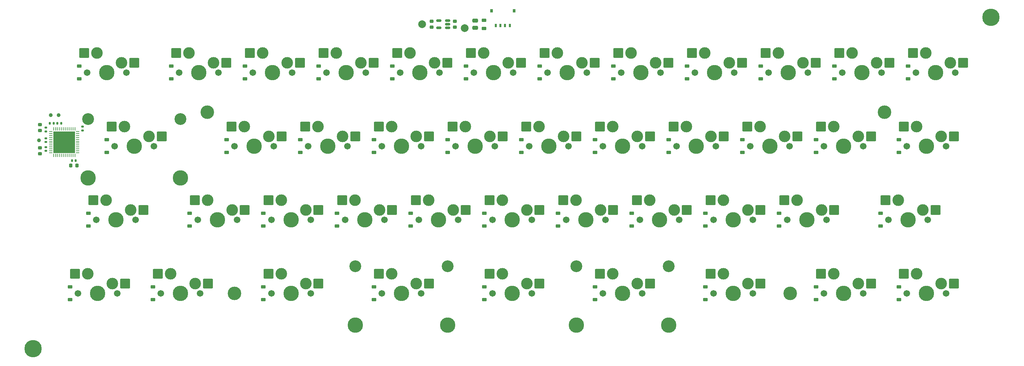
<source format=gbr>
%TF.GenerationSoftware,KiCad,Pcbnew,9.99.0-5522-g400384cf72*%
%TF.CreationDate,2026-02-12T00:01:38-08:00*%
%TF.ProjectId,amb-kb,616d622d-6b62-42e6-9b69-6361645f7063,rev?*%
%TF.SameCoordinates,Original*%
%TF.FileFunction,Soldermask,Top*%
%TF.FilePolarity,Negative*%
%FSLAX46Y46*%
G04 Gerber Fmt 4.6, Leading zero omitted, Abs format (unit mm)*
G04 Created by KiCad (PCBNEW 9.99.0-5522-g400384cf72) date 2026-02-12 00:01:38*
%MOMM*%
%LPD*%
G01*
G04 APERTURE LIST*
G04 Aperture macros list*
%AMRoundRect*
0 Rectangle with rounded corners*
0 $1 Rounding radius*
0 $2 $3 $4 $5 $6 $7 $8 $9 X,Y pos of 4 corners*
0 Add a 4 corners polygon primitive as box body*
4,1,4,$2,$3,$4,$5,$6,$7,$8,$9,$2,$3,0*
0 Add four circle primitives for the rounded corners*
1,1,$1+$1,$2,$3*
1,1,$1+$1,$4,$5*
1,1,$1+$1,$6,$7*
1,1,$1+$1,$8,$9*
0 Add four rect primitives between the rounded corners*
20,1,$1+$1,$2,$3,$4,$5,0*
20,1,$1+$1,$4,$5,$6,$7,0*
20,1,$1+$1,$6,$7,$8,$9,0*
20,1,$1+$1,$8,$9,$2,$3,0*%
G04 Aperture macros list end*
%ADD10RoundRect,0.225000X0.375000X-0.225000X0.375000X0.225000X-0.375000X0.225000X-0.375000X-0.225000X0*%
%ADD11C,1.701800*%
%ADD12C,3.000000*%
%ADD13C,3.987800*%
%ADD14RoundRect,0.200000X-1.075000X-1.050000X1.075000X-1.050000X1.075000X1.050000X-1.075000X1.050000X0*%
%ADD15R,0.609600X0.889000*%
%ADD16R,0.762000X0.838200*%
%ADD17RoundRect,0.140000X0.170000X-0.140000X0.170000X0.140000X-0.170000X0.140000X-0.170000X-0.140000X0*%
%ADD18RoundRect,0.062500X-0.375000X-0.062500X0.375000X-0.062500X0.375000X0.062500X-0.375000X0.062500X0*%
%ADD19RoundRect,0.062500X-0.062500X-0.375000X0.062500X-0.375000X0.062500X0.375000X-0.062500X0.375000X0*%
%ADD20R,5.600000X5.600000*%
%ADD21C,2.000000*%
%ADD22RoundRect,0.140000X0.140000X0.170000X-0.140000X0.170000X-0.140000X-0.170000X0.140000X-0.170000X0*%
%ADD23C,3.500000*%
%ADD24C,1.000000*%
%ADD25RoundRect,0.250000X-0.475000X0.250000X-0.475000X-0.250000X0.475000X-0.250000X0.475000X0.250000X0*%
%ADD26RoundRect,0.135000X0.135000X0.185000X-0.135000X0.185000X-0.135000X-0.185000X0.135000X-0.185000X0*%
%ADD27RoundRect,0.225000X-0.250000X0.225000X-0.250000X-0.225000X0.250000X-0.225000X0.250000X0.225000X0*%
%ADD28RoundRect,0.225000X0.250000X-0.225000X0.250000X0.225000X-0.250000X0.225000X-0.250000X-0.225000X0*%
%ADD29RoundRect,0.218750X-0.381250X0.218750X-0.381250X-0.218750X0.381250X-0.218750X0.381250X0.218750X0*%
%ADD30RoundRect,0.140000X-0.170000X0.140000X-0.170000X-0.140000X0.170000X-0.140000X0.170000X0.140000X0*%
%ADD31C,4.500000*%
%ADD32C,3.048000*%
%ADD33RoundRect,0.225000X0.225000X0.250000X-0.225000X0.250000X-0.225000X-0.250000X0.225000X-0.250000X0*%
%ADD34RoundRect,0.150000X0.512500X0.150000X-0.512500X0.150000X-0.512500X-0.150000X0.512500X-0.150000X0*%
G04 APERTURE END LIST*
D10*
%TO.C,D13*%
X249377084Y-90499701D03*
X249377084Y-87199701D03*
%TD*%
%TO.C,D6*%
X156508334Y-71449701D03*
X156508334Y-68149701D03*
%TD*%
%TO.C,D9*%
X99358334Y-71449701D03*
X99358334Y-68149701D03*
%TD*%
%TO.C,D26*%
X199370834Y-109549701D03*
X199370834Y-106249701D03*
%TD*%
D11*
%TO.C,MX29*%
X144284584Y-107899701D03*
D12*
X146824584Y-102819701D03*
D13*
X149364584Y-107899701D03*
D12*
X153174584Y-105359701D03*
D11*
X154444584Y-107899701D03*
D14*
X156449584Y-105359701D03*
X143522584Y-102819701D03*
%TD*%
D11*
%TO.C,MX16*%
X191909584Y-88849701D03*
D12*
X194449584Y-83769701D03*
D13*
X196989584Y-88849701D03*
D12*
X200799584Y-86309701D03*
D11*
X202069584Y-88849701D03*
D14*
X204074584Y-86309701D03*
X191147584Y-83769701D03*
%TD*%
D10*
%TO.C,D17*%
X170795834Y-90499701D03*
X170795834Y-87199701D03*
%TD*%
D11*
%TO.C,MX1*%
X253822084Y-69799701D03*
D12*
X256362084Y-64719701D03*
D13*
X258902084Y-69799701D03*
D12*
X262712084Y-67259701D03*
D11*
X263982084Y-69799701D03*
D14*
X265987084Y-67259701D03*
X253060084Y-64719701D03*
%TD*%
D11*
%TO.C,MX21*%
X96659584Y-88849701D03*
D12*
X99199584Y-83769701D03*
D13*
X101739584Y-88849701D03*
D12*
X105549584Y-86309701D03*
D11*
X106819584Y-88849701D03*
D14*
X108824584Y-86309701D03*
X95897584Y-83769701D03*
%TD*%
D10*
%TO.C,D36*%
X227945834Y-128599701D03*
X227945834Y-125299701D03*
%TD*%
D11*
%TO.C,MX43*%
X37128334Y-126949701D03*
D12*
X39668334Y-121869701D03*
D13*
X42208334Y-126949701D03*
D12*
X46018334Y-124409701D03*
D11*
X47288334Y-126949701D03*
D14*
X49293334Y-124409701D03*
X36366334Y-121869701D03*
%TD*%
D11*
%TO.C,MX6*%
X158572084Y-69799701D03*
D12*
X161112084Y-64719701D03*
D13*
X163652084Y-69799701D03*
D12*
X167462084Y-67259701D03*
D11*
X168732084Y-69799701D03*
D14*
X170737084Y-67259701D03*
X157810084Y-64719701D03*
%TD*%
D10*
%TO.C,D3*%
X213658334Y-71449701D03*
X213658334Y-68149701D03*
%TD*%
D11*
%TO.C,MX8*%
X120472084Y-69799701D03*
D12*
X123012084Y-64719701D03*
D13*
X125552084Y-69799701D03*
D12*
X129362084Y-67259701D03*
D11*
X130632084Y-69799701D03*
D14*
X132637084Y-67259701D03*
X119710084Y-64719701D03*
%TD*%
D11*
%TO.C,MX19*%
X134759584Y-88849701D03*
D12*
X137299584Y-83769701D03*
D13*
X139839584Y-88849701D03*
D12*
X143649584Y-86309701D03*
D11*
X144919584Y-88849701D03*
D14*
X146924584Y-86309701D03*
X133997584Y-83769701D03*
%TD*%
D15*
%TO.C,J1*%
X148783333Y-57595101D03*
X147583333Y-57595101D03*
X146383335Y-57595101D03*
X145183335Y-57595101D03*
D16*
X149933333Y-53820100D03*
X144033335Y-53820100D03*
%TD*%
D11*
%TO.C,MX5*%
X177622084Y-69799701D03*
D12*
X180162084Y-64719701D03*
D13*
X182702084Y-69799701D03*
D12*
X186512084Y-67259701D03*
D11*
X187782084Y-69799701D03*
D14*
X189787084Y-67259701D03*
X176860084Y-64719701D03*
%TD*%
D10*
%TO.C,D15*%
X208895834Y-90499701D03*
X208895834Y-87199701D03*
%TD*%
%TO.C,D8*%
X118408334Y-71449701D03*
X118408334Y-68149701D03*
%TD*%
D17*
%TO.C,C4*%
X28839584Y-85029701D03*
X28839584Y-84069701D03*
%TD*%
D11*
%TO.C,MX41*%
X87134584Y-126949701D03*
D12*
X89674584Y-121869701D03*
D13*
X92214584Y-126949701D03*
D12*
X96024584Y-124409701D03*
D11*
X97294584Y-126949701D03*
D14*
X99299584Y-124409701D03*
X86372584Y-121869701D03*
%TD*%
D18*
%TO.C,U1*%
X30152084Y-85049701D03*
X30152084Y-85549701D03*
X30152084Y-86049701D03*
X30152084Y-86549701D03*
X30152084Y-87049701D03*
X30152084Y-87549701D03*
X30152084Y-88049701D03*
X30152084Y-88549701D03*
X30152084Y-89049701D03*
X30152084Y-89549701D03*
X30152084Y-90049701D03*
X30152084Y-90549701D03*
D19*
X30839584Y-91237201D03*
X31339584Y-91237201D03*
X31839584Y-91237201D03*
X32339584Y-91237201D03*
X32839584Y-91237201D03*
X33339584Y-91237201D03*
X33839584Y-91237201D03*
X34339584Y-91237201D03*
X34839584Y-91237201D03*
X35339584Y-91237201D03*
X35839584Y-91237201D03*
X36339584Y-91237201D03*
D18*
X37027084Y-90549701D03*
X37027084Y-90049701D03*
X37027084Y-89549701D03*
X37027084Y-89049701D03*
X37027084Y-88549701D03*
X37027084Y-88049701D03*
X37027084Y-87549701D03*
X37027084Y-87049701D03*
X37027084Y-86549701D03*
X37027084Y-86049701D03*
X37027084Y-85549701D03*
X37027084Y-85049701D03*
D19*
X36339584Y-84362201D03*
X35839584Y-84362201D03*
X35339584Y-84362201D03*
X34839584Y-84362201D03*
X34339584Y-84362201D03*
X33839584Y-84362201D03*
X33339584Y-84362201D03*
X32839584Y-84362201D03*
X32339584Y-84362201D03*
X31839584Y-84362201D03*
X31339584Y-84362201D03*
X30839584Y-84362201D03*
D20*
X33589584Y-87799701D03*
%TD*%
D11*
%TO.C,MX33*%
X68084584Y-107899701D03*
D12*
X70624584Y-102819701D03*
D13*
X73164584Y-107899701D03*
D12*
X76974584Y-105359701D03*
D11*
X78244584Y-107899701D03*
D14*
X80249584Y-105359701D03*
X67322584Y-102819701D03*
%TD*%
D11*
%TO.C,MX24*%
X246678334Y-107899701D03*
D12*
X249218334Y-102819701D03*
D13*
X251758334Y-107899701D03*
D12*
X255568334Y-105359701D03*
D11*
X256838334Y-107899701D03*
D14*
X258843334Y-105359701D03*
X245916334Y-102819701D03*
%TD*%
D10*
%TO.C,D7*%
X137458334Y-71449701D03*
X137458334Y-68149701D03*
%TD*%
%TO.C,D12*%
X37445834Y-71449701D03*
X37445834Y-68149701D03*
%TD*%
D11*
%TO.C,MX22*%
X77609584Y-88849701D03*
D12*
X80149584Y-83769701D03*
D13*
X82689584Y-88849701D03*
D12*
X86499584Y-86309701D03*
D11*
X87769584Y-88849701D03*
D14*
X89774584Y-86309701D03*
X76847584Y-83769701D03*
%TD*%
D21*
%TO.C,TP2*%
X137089584Y-58299701D03*
%TD*%
D22*
%TO.C,C6*%
X36569584Y-92549701D03*
X35609584Y-92549701D03*
%TD*%
D10*
%TO.C,D16*%
X189845834Y-90499701D03*
X189845834Y-87199701D03*
%TD*%
%TO.C,D22*%
X75545834Y-90499701D03*
X75545834Y-87199701D03*
%TD*%
%TO.C,D23*%
X44589584Y-90499701D03*
X44589584Y-87199701D03*
%TD*%
D11*
%TO.C,MX31*%
X106184584Y-107899701D03*
D12*
X108724584Y-102819701D03*
D13*
X111264584Y-107899701D03*
D12*
X115074584Y-105359701D03*
D11*
X116344584Y-107899701D03*
D14*
X118349584Y-105359701D03*
X105422584Y-102819701D03*
%TD*%
D11*
%TO.C,MX39*%
X144284584Y-126949701D03*
D12*
X146824584Y-121869701D03*
D13*
X149364584Y-126949701D03*
D12*
X153174584Y-124409701D03*
D11*
X154444584Y-126949701D03*
D14*
X156449584Y-124409701D03*
X143522584Y-121869701D03*
%TD*%
D10*
%TO.C,D34*%
X39827084Y-109549701D03*
X39827084Y-106249701D03*
%TD*%
D11*
%TO.C,MX3*%
X215722084Y-69799701D03*
D12*
X218262084Y-64719701D03*
D13*
X220802084Y-69799701D03*
D12*
X224612084Y-67259701D03*
D11*
X225882084Y-69799701D03*
D14*
X227887084Y-67259701D03*
X214960084Y-64719701D03*
%TD*%
D23*
%TO.C,MH2*%
X221300076Y-126949711D03*
%TD*%
D24*
%TO.C,TP4*%
X32114584Y-80799701D03*
%TD*%
D10*
%TO.C,D43*%
X35064584Y-128599701D03*
X35064584Y-125299701D03*
%TD*%
D11*
%TO.C,MX35*%
X251440834Y-126949701D03*
D12*
X253980834Y-121869701D03*
D13*
X256520834Y-126949701D03*
D12*
X260330834Y-124409701D03*
D11*
X261600834Y-126949701D03*
D14*
X263605834Y-124409701D03*
X250678834Y-121869701D03*
%TD*%
D11*
%TO.C,MX10*%
X82372084Y-69799701D03*
D12*
X84912084Y-64719701D03*
D13*
X87452084Y-69799701D03*
D12*
X91262084Y-67259701D03*
D11*
X92532084Y-69799701D03*
D14*
X94537084Y-67259701D03*
X81610084Y-64719701D03*
%TD*%
D10*
%TO.C,D40*%
X113645834Y-128599701D03*
X113645834Y-125299701D03*
%TD*%
D25*
%TO.C,C1*%
X139839584Y-56349701D03*
X139839584Y-58249701D03*
%TD*%
D10*
%TO.C,D11*%
X61258334Y-71449701D03*
X61258334Y-68149701D03*
%TD*%
%TO.C,D33*%
X66020834Y-109549701D03*
X66020834Y-106249701D03*
%TD*%
D11*
%TO.C,MX34*%
X41890834Y-107899701D03*
D12*
X44430834Y-102819701D03*
D13*
X46970834Y-107899701D03*
D12*
X50780834Y-105359701D03*
D11*
X52050834Y-107899701D03*
D14*
X54055834Y-105359701D03*
X41128834Y-102819701D03*
%TD*%
D11*
%TO.C,MX30*%
X125234584Y-107899701D03*
D12*
X127774584Y-102819701D03*
D13*
X130314584Y-107899701D03*
D12*
X134124584Y-105359701D03*
D11*
X135394584Y-107899701D03*
D14*
X137399584Y-105359701D03*
X124472584Y-102819701D03*
%TD*%
D10*
%TO.C,D41*%
X85070834Y-128599701D03*
X85070834Y-125299701D03*
%TD*%
D11*
%TO.C,MX42*%
X58559584Y-126949701D03*
D12*
X61099584Y-121869701D03*
D13*
X63639584Y-126949701D03*
D12*
X67449584Y-124409701D03*
D11*
X68719584Y-126949701D03*
D14*
X70724584Y-124409701D03*
X57797584Y-121869701D03*
%TD*%
D11*
%TO.C,MX7*%
X139522084Y-69799701D03*
D12*
X142062084Y-64719701D03*
D13*
X144602084Y-69799701D03*
D12*
X148412084Y-67259701D03*
D11*
X149682084Y-69799701D03*
D14*
X151687084Y-67259701D03*
X138760084Y-64719701D03*
%TD*%
D11*
%TO.C,MX32*%
X87134584Y-107899701D03*
D12*
X89674584Y-102819701D03*
D13*
X92214584Y-107899701D03*
D12*
X96024584Y-105359701D03*
D11*
X97294584Y-107899701D03*
D14*
X99299584Y-105359701D03*
X86372584Y-102819701D03*
%TD*%
D26*
%TO.C,R1*%
X32862084Y-82955951D03*
X31842084Y-82955951D03*
%TD*%
D11*
%TO.C,MX25*%
X220484584Y-107899701D03*
D12*
X223024584Y-102819701D03*
D13*
X225564584Y-107899701D03*
D12*
X229374584Y-105359701D03*
D11*
X230644584Y-107899701D03*
D14*
X232649584Y-105359701D03*
X219722584Y-102819701D03*
%TD*%
D27*
%TO.C,C12*%
X128589584Y-56524701D03*
X128589584Y-58074701D03*
%TD*%
D10*
%TO.C,D31*%
X104120834Y-109549701D03*
X104120834Y-106249701D03*
%TD*%
D11*
%TO.C,MX20*%
X115709584Y-88849701D03*
D12*
X118249584Y-83769701D03*
D13*
X120789584Y-88849701D03*
D12*
X124599584Y-86309701D03*
D11*
X125869584Y-88849701D03*
D14*
X127874584Y-86309701D03*
X114947584Y-83769701D03*
%TD*%
D28*
%TO.C,C11*%
X134589584Y-58074701D03*
X134589584Y-56524701D03*
%TD*%
D29*
%TO.C,FB1*%
X142089584Y-56237201D03*
X142089584Y-58362201D03*
%TD*%
D11*
%TO.C,MX28*%
X163334584Y-107899701D03*
D12*
X165874584Y-102819701D03*
D13*
X168414584Y-107899701D03*
D12*
X172224584Y-105359701D03*
D11*
X173494584Y-107899701D03*
D14*
X175499584Y-105359701D03*
X162572584Y-102819701D03*
%TD*%
D11*
%TO.C,MX9*%
X101422084Y-69799701D03*
D12*
X103962084Y-64719701D03*
D13*
X106502084Y-69799701D03*
D12*
X110312084Y-67259701D03*
D11*
X111582084Y-69799701D03*
D14*
X113587084Y-67259701D03*
X100660084Y-64719701D03*
%TD*%
D17*
%TO.C,C10*%
X38339584Y-84779701D03*
X38339584Y-83819701D03*
%TD*%
D21*
%TO.C,TP3*%
X126089584Y-57299701D03*
%TD*%
D11*
%TO.C,MX18*%
X153809584Y-88849701D03*
D12*
X156349584Y-83769701D03*
D13*
X158889584Y-88849701D03*
D12*
X162699584Y-86309701D03*
D11*
X163969584Y-88849701D03*
D14*
X165974584Y-86309701D03*
X153047584Y-83769701D03*
%TD*%
D11*
%TO.C,MX26*%
X201434584Y-107899701D03*
D12*
X203974584Y-102819701D03*
D13*
X206514584Y-107899701D03*
D12*
X210324584Y-105359701D03*
D11*
X211594584Y-107899701D03*
D14*
X213599584Y-105359701D03*
X200672584Y-102819701D03*
%TD*%
D30*
%TO.C,C8*%
X28839584Y-89069701D03*
X28839584Y-90029701D03*
%TD*%
D17*
%TO.C,C2*%
X28839584Y-87779701D03*
X28839584Y-86819701D03*
%TD*%
D31*
%TO.C,FID1*%
X273192500Y-55522500D03*
%TD*%
D10*
%TO.C,D35*%
X249377084Y-128599701D03*
X249377084Y-125299701D03*
%TD*%
%TO.C,D39*%
X142220834Y-128599701D03*
X142220834Y-125299701D03*
%TD*%
%TO.C,D30*%
X123170834Y-109549701D03*
X123170834Y-106249701D03*
%TD*%
%TO.C,D4*%
X194608334Y-71449701D03*
X194608334Y-68149701D03*
%TD*%
D11*
%TO.C,MX12*%
X39509584Y-69799701D03*
D12*
X42049584Y-64719701D03*
D13*
X44589584Y-69799701D03*
D12*
X48399584Y-67259701D03*
D11*
X49669584Y-69799701D03*
D14*
X51674584Y-67259701D03*
X38747584Y-64719701D03*
%TD*%
D11*
%TO.C,MX11*%
X63322084Y-69799701D03*
D12*
X65862084Y-64719701D03*
D13*
X68402084Y-69799701D03*
D12*
X72212084Y-67259701D03*
D11*
X73482084Y-69799701D03*
D14*
X75487084Y-67259701D03*
X62560084Y-64719701D03*
%TD*%
D24*
%TO.C,TP5*%
X30089584Y-80799701D03*
%TD*%
D10*
%TO.C,D42*%
X56495834Y-128599701D03*
X56495834Y-125299701D03*
%TD*%
%TO.C,D2*%
X232708334Y-71449701D03*
X232708334Y-68149701D03*
%TD*%
%TO.C,D32*%
X85070834Y-109549701D03*
X85070834Y-106249701D03*
%TD*%
D32*
%TO.C,MX23*%
X39795334Y-81864701D03*
D13*
X39795334Y-97104701D03*
D11*
X46653334Y-88849701D03*
D12*
X49193334Y-83769701D03*
D13*
X51733334Y-88849701D03*
D12*
X55543334Y-86309701D03*
D11*
X56813334Y-88849701D03*
D32*
X63671334Y-81864701D03*
D13*
X63671334Y-97104701D03*
D14*
X58818334Y-86309701D03*
X45891334Y-83769701D03*
%TD*%
D11*
%TO.C,MX13*%
X251440834Y-88849701D03*
D12*
X253980834Y-83769701D03*
D13*
X256520834Y-88849701D03*
D12*
X260330834Y-86309701D03*
D11*
X261600834Y-88849701D03*
D14*
X263605834Y-86309701D03*
X250678834Y-83769701D03*
%TD*%
D23*
%TO.C,MH1*%
X77631260Y-126949711D03*
%TD*%
D10*
%TO.C,D20*%
X113645834Y-90499701D03*
X113645834Y-87199701D03*
%TD*%
%TO.C,D25*%
X218420834Y-109549701D03*
X218420834Y-106249701D03*
%TD*%
%TO.C,D29*%
X142220834Y-109549701D03*
X142220834Y-106249701D03*
%TD*%
D27*
%TO.C,C7*%
X27339584Y-89274701D03*
X27339584Y-90824701D03*
%TD*%
D10*
%TO.C,D28*%
X161270834Y-109549701D03*
X161270834Y-106249701D03*
%TD*%
D24*
%TO.C,TP1*%
X27089584Y-87299701D03*
%TD*%
D22*
%TO.C,C5*%
X30850834Y-82955951D03*
X29890834Y-82955951D03*
%TD*%
D10*
%TO.C,D5*%
X175558334Y-71449701D03*
X175558334Y-68149701D03*
%TD*%
D23*
%TO.C,MH4*%
X70563736Y-80023469D03*
%TD*%
D11*
%TO.C,MX4*%
X196672084Y-69799701D03*
D12*
X199212084Y-64719701D03*
D13*
X201752084Y-69799701D03*
D12*
X205562084Y-67259701D03*
D11*
X206832084Y-69799701D03*
D14*
X208837084Y-67259701D03*
X195910084Y-64719701D03*
%TD*%
D11*
%TO.C,MX2*%
X234772084Y-69799701D03*
D12*
X237312084Y-64719701D03*
D13*
X239852084Y-69799701D03*
D12*
X243662084Y-67259701D03*
D11*
X244932084Y-69799701D03*
D14*
X246937084Y-67259701D03*
X234010084Y-64719701D03*
%TD*%
D33*
%TO.C,C3*%
X36864584Y-93879387D03*
X35314584Y-93879387D03*
%TD*%
D32*
%TO.C,MX38*%
X166001584Y-119964701D03*
D13*
X166001584Y-135204701D03*
D11*
X172859584Y-126949701D03*
D12*
X175399584Y-121869701D03*
D13*
X177939584Y-126949701D03*
D12*
X181749584Y-124409701D03*
D11*
X183019584Y-126949701D03*
D32*
X189877584Y-119964701D03*
D13*
X189877584Y-135204701D03*
D14*
X185024584Y-124409701D03*
X172097584Y-121869701D03*
%TD*%
D10*
%TO.C,D19*%
X132695834Y-90499701D03*
X132695834Y-87199701D03*
%TD*%
%TO.C,D21*%
X94595834Y-90499701D03*
X94595834Y-87199701D03*
%TD*%
%TO.C,D18*%
X151745834Y-90499701D03*
X151745834Y-87199701D03*
%TD*%
%TO.C,D27*%
X180320834Y-109549701D03*
X180320834Y-106249701D03*
%TD*%
D31*
%TO.C,FID2*%
X25542500Y-141247500D03*
%TD*%
D11*
%TO.C,MX27*%
X182384584Y-107899701D03*
D12*
X184924584Y-102819701D03*
D13*
X187464584Y-107899701D03*
D12*
X191274584Y-105359701D03*
D11*
X192544584Y-107899701D03*
D14*
X194549584Y-105359701D03*
X181622584Y-102819701D03*
%TD*%
D10*
%TO.C,D37*%
X199370834Y-128599701D03*
X199370834Y-125299701D03*
%TD*%
%TO.C,D38*%
X170795834Y-128599701D03*
X170795834Y-125299701D03*
%TD*%
%TO.C,D10*%
X80308334Y-71449701D03*
X80308334Y-68149701D03*
%TD*%
D11*
%TO.C,MX17*%
X172859584Y-88849701D03*
D12*
X175399584Y-83769701D03*
D13*
X177939584Y-88849701D03*
D12*
X181749584Y-86309701D03*
D11*
X183019584Y-88849701D03*
D14*
X185024584Y-86309701D03*
X172097584Y-83769701D03*
%TD*%
D11*
%TO.C,MX37*%
X201434584Y-126949701D03*
D12*
X203974584Y-121869701D03*
D13*
X206514584Y-126949701D03*
D12*
X210324584Y-124409701D03*
D11*
X211594584Y-126949701D03*
D14*
X213599584Y-124409701D03*
X200672584Y-121869701D03*
%TD*%
D11*
%TO.C,MX14*%
X230009584Y-88849701D03*
D12*
X232549584Y-83769701D03*
D13*
X235089584Y-88849701D03*
D12*
X238899584Y-86309701D03*
D11*
X240169584Y-88849701D03*
D14*
X242174584Y-86309701D03*
X229247584Y-83769701D03*
%TD*%
D10*
%TO.C,D14*%
X227945834Y-90499701D03*
X227945834Y-87199701D03*
%TD*%
D28*
%TO.C,C9*%
X27339584Y-84824701D03*
X27339584Y-83274701D03*
%TD*%
D32*
%TO.C,MX40*%
X108851584Y-119964701D03*
D13*
X108851584Y-135204701D03*
D11*
X115709584Y-126949701D03*
D12*
X118249584Y-121869701D03*
D13*
X120789584Y-126949701D03*
D12*
X124599584Y-124409701D03*
D11*
X125869584Y-126949701D03*
D32*
X132727584Y-119964701D03*
D13*
X132727584Y-135204701D03*
D14*
X127874584Y-124409701D03*
X114947584Y-121869701D03*
%TD*%
D11*
%TO.C,MX15*%
X210959584Y-88849701D03*
D12*
X213499584Y-83769701D03*
D13*
X216039584Y-88849701D03*
D12*
X219849584Y-86309701D03*
D11*
X221119584Y-88849701D03*
D14*
X223124584Y-86309701D03*
X210197584Y-83769701D03*
%TD*%
D11*
%TO.C,MX36*%
X230009584Y-126949701D03*
D12*
X232549584Y-121869701D03*
D13*
X235089584Y-126949701D03*
D12*
X238899584Y-124409701D03*
D11*
X240169584Y-126949701D03*
D14*
X242174584Y-124409701D03*
X229247584Y-121869701D03*
%TD*%
D10*
%TO.C,D24*%
X244614584Y-109549701D03*
X244614584Y-106249701D03*
%TD*%
D23*
%TO.C,MH3*%
X245669792Y-80023469D03*
%TD*%
D10*
%TO.C,D1*%
X251758334Y-71449701D03*
X251758334Y-68149701D03*
%TD*%
D34*
%TO.C,U2*%
X132727084Y-58249701D03*
X132727084Y-57299701D03*
X132727084Y-56349701D03*
X130452084Y-56349701D03*
X130452084Y-58249701D03*
%TD*%
M02*

</source>
